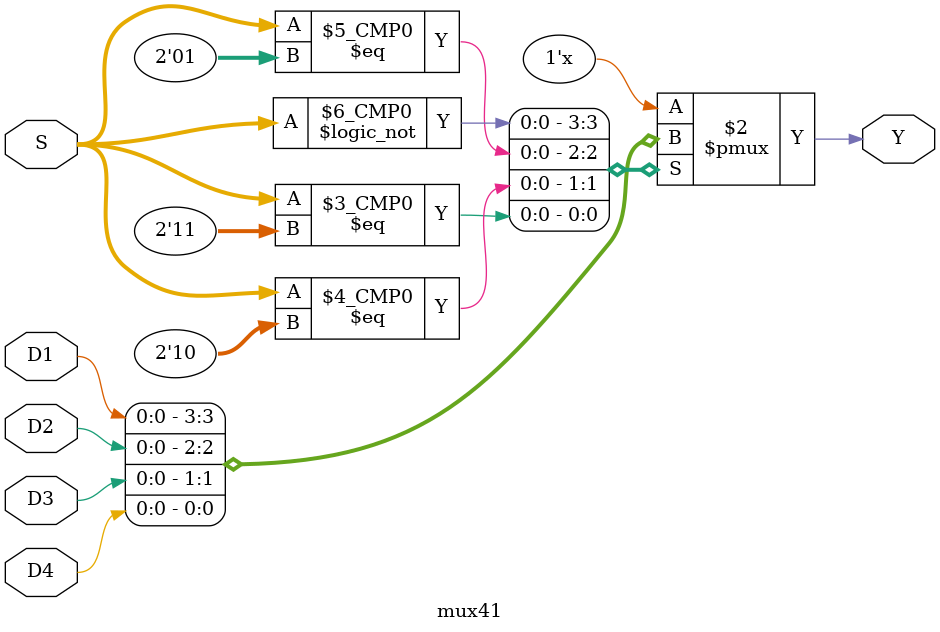
<source format=v>
`timescale 1ns / 1ps


module mux41 (
    input [1:0] S,
    input D1,
    input D2,
    input D3,
    input D4,
    output reg Y
);
    always @(*) begin
        case (S)
            2'b00: Y = D1;
            2'b01: Y = D2;
            2'b10: Y = D3;
            2'b11: Y = D4;
        endcase
    end
endmodule

</source>
